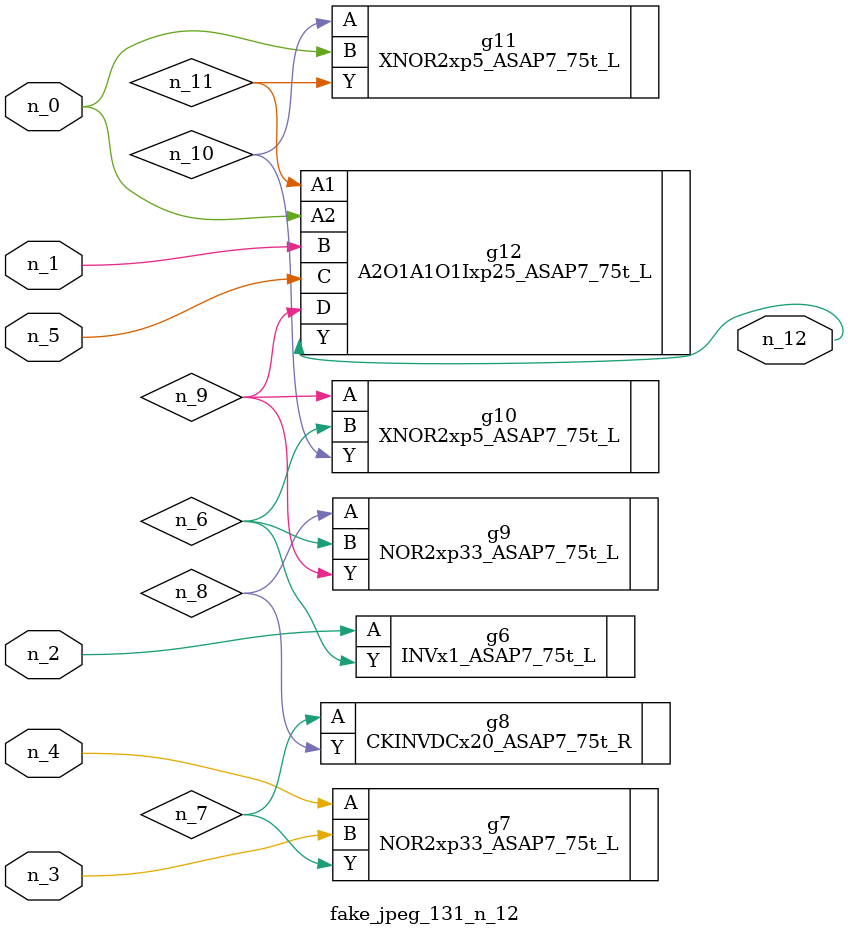
<source format=v>
module fake_jpeg_131_n_12 (n_3, n_2, n_1, n_0, n_4, n_5, n_12);

input n_3;
input n_2;
input n_1;
input n_0;
input n_4;
input n_5;

output n_12;

wire n_11;
wire n_10;
wire n_8;
wire n_9;
wire n_6;
wire n_7;

INVx1_ASAP7_75t_L g6 ( 
.A(n_2),
.Y(n_6)
);

NOR2xp33_ASAP7_75t_L g7 ( 
.A(n_4),
.B(n_3),
.Y(n_7)
);

CKINVDCx20_ASAP7_75t_R g8 ( 
.A(n_7),
.Y(n_8)
);

NOR2xp33_ASAP7_75t_L g9 ( 
.A(n_8),
.B(n_6),
.Y(n_9)
);

XNOR2xp5_ASAP7_75t_L g10 ( 
.A(n_9),
.B(n_6),
.Y(n_10)
);

XNOR2xp5_ASAP7_75t_L g11 ( 
.A(n_10),
.B(n_0),
.Y(n_11)
);

A2O1A1O1Ixp25_ASAP7_75t_L g12 ( 
.A1(n_11),
.A2(n_0),
.B(n_1),
.C(n_5),
.D(n_9),
.Y(n_12)
);


endmodule
</source>
